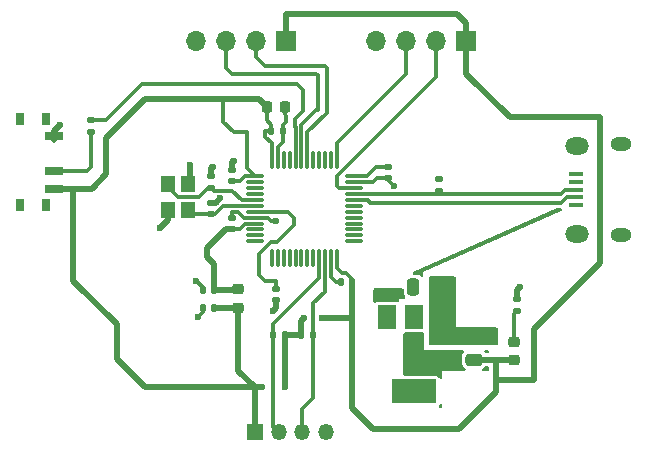
<source format=gbr>
%TF.GenerationSoftware,KiCad,Pcbnew,7.0.10*%
%TF.CreationDate,2024-01-07T18:15:16+00:00*%
%TF.ProjectId,green_storm,67726565-6e5f-4737-946f-726d2e6b6963,rev?*%
%TF.SameCoordinates,Original*%
%TF.FileFunction,Copper,L1,Top*%
%TF.FilePolarity,Positive*%
%FSLAX46Y46*%
G04 Gerber Fmt 4.6, Leading zero omitted, Abs format (unit mm)*
G04 Created by KiCad (PCBNEW 7.0.10) date 2024-01-07 18:15:16*
%MOMM*%
%LPD*%
G01*
G04 APERTURE LIST*
G04 Aperture macros list*
%AMRoundRect*
0 Rectangle with rounded corners*
0 $1 Rounding radius*
0 $2 $3 $4 $5 $6 $7 $8 $9 X,Y pos of 4 corners*
0 Add a 4 corners polygon primitive as box body*
4,1,4,$2,$3,$4,$5,$6,$7,$8,$9,$2,$3,0*
0 Add four circle primitives for the rounded corners*
1,1,$1+$1,$2,$3*
1,1,$1+$1,$4,$5*
1,1,$1+$1,$6,$7*
1,1,$1+$1,$8,$9*
0 Add four rect primitives between the rounded corners*
20,1,$1+$1,$2,$3,$4,$5,0*
20,1,$1+$1,$4,$5,$6,$7,0*
20,1,$1+$1,$6,$7,$8,$9,0*
20,1,$1+$1,$8,$9,$2,$3,0*%
G04 Aperture macros list end*
%TA.AperFunction,SMDPad,CuDef*%
%ADD10RoundRect,0.140000X-0.170000X0.140000X-0.170000X-0.140000X0.170000X-0.140000X0.170000X0.140000X0*%
%TD*%
%TA.AperFunction,SMDPad,CuDef*%
%ADD11RoundRect,0.140000X0.170000X-0.140000X0.170000X0.140000X-0.170000X0.140000X-0.170000X-0.140000X0*%
%TD*%
%TA.AperFunction,SMDPad,CuDef*%
%ADD12RoundRect,0.218750X-0.256250X0.218750X-0.256250X-0.218750X0.256250X-0.218750X0.256250X0.218750X0*%
%TD*%
%TA.AperFunction,SMDPad,CuDef*%
%ADD13RoundRect,0.250000X0.475000X-0.250000X0.475000X0.250000X-0.475000X0.250000X-0.475000X-0.250000X0*%
%TD*%
%TA.AperFunction,SMDPad,CuDef*%
%ADD14RoundRect,0.135000X-0.185000X0.135000X-0.185000X-0.135000X0.185000X-0.135000X0.185000X0.135000X0*%
%TD*%
%TA.AperFunction,SMDPad,CuDef*%
%ADD15RoundRect,0.140000X0.140000X0.170000X-0.140000X0.170000X-0.140000X-0.170000X0.140000X-0.170000X0*%
%TD*%
%TA.AperFunction,SMDPad,CuDef*%
%ADD16RoundRect,0.135000X0.185000X-0.135000X0.185000X0.135000X-0.185000X0.135000X-0.185000X-0.135000X0*%
%TD*%
%TA.AperFunction,SMDPad,CuDef*%
%ADD17RoundRect,0.225000X-0.225000X-0.250000X0.225000X-0.250000X0.225000X0.250000X-0.225000X0.250000X0*%
%TD*%
%TA.AperFunction,ComponentPad*%
%ADD18R,1.700000X1.700000*%
%TD*%
%TA.AperFunction,ComponentPad*%
%ADD19O,1.700000X1.700000*%
%TD*%
%TA.AperFunction,ComponentPad*%
%ADD20R,1.350000X1.350000*%
%TD*%
%TA.AperFunction,ComponentPad*%
%ADD21O,1.350000X1.350000*%
%TD*%
%TA.AperFunction,SMDPad,CuDef*%
%ADD22RoundRect,0.135000X-0.135000X-0.185000X0.135000X-0.185000X0.135000X0.185000X-0.135000X0.185000X0*%
%TD*%
%TA.AperFunction,SMDPad,CuDef*%
%ADD23RoundRect,0.250000X-0.250000X-0.475000X0.250000X-0.475000X0.250000X0.475000X-0.250000X0.475000X0*%
%TD*%
%TA.AperFunction,SMDPad,CuDef*%
%ADD24R,1.300000X0.450000*%
%TD*%
%TA.AperFunction,ComponentPad*%
%ADD25O,1.800000X1.150000*%
%TD*%
%TA.AperFunction,ComponentPad*%
%ADD26O,2.000000X1.450000*%
%TD*%
%TA.AperFunction,SMDPad,CuDef*%
%ADD27RoundRect,0.135000X0.135000X0.185000X-0.135000X0.185000X-0.135000X-0.185000X0.135000X-0.185000X0*%
%TD*%
%TA.AperFunction,SMDPad,CuDef*%
%ADD28RoundRect,0.075000X-0.662500X-0.075000X0.662500X-0.075000X0.662500X0.075000X-0.662500X0.075000X0*%
%TD*%
%TA.AperFunction,SMDPad,CuDef*%
%ADD29RoundRect,0.075000X-0.075000X-0.662500X0.075000X-0.662500X0.075000X0.662500X-0.075000X0.662500X0*%
%TD*%
%TA.AperFunction,SMDPad,CuDef*%
%ADD30RoundRect,0.140000X-0.140000X-0.170000X0.140000X-0.170000X0.140000X0.170000X-0.140000X0.170000X0*%
%TD*%
%TA.AperFunction,SMDPad,CuDef*%
%ADD31R,1.500000X2.000000*%
%TD*%
%TA.AperFunction,SMDPad,CuDef*%
%ADD32R,3.800000X2.000000*%
%TD*%
%TA.AperFunction,SMDPad,CuDef*%
%ADD33R,0.800000X1.000000*%
%TD*%
%TA.AperFunction,SMDPad,CuDef*%
%ADD34R,1.500000X0.700000*%
%TD*%
%TA.AperFunction,SMDPad,CuDef*%
%ADD35R,1.200000X1.400000*%
%TD*%
%TA.AperFunction,ViaPad*%
%ADD36C,0.600000*%
%TD*%
%TA.AperFunction,Conductor*%
%ADD37C,0.500000*%
%TD*%
%TA.AperFunction,Conductor*%
%ADD38C,0.300000*%
%TD*%
G04 APERTURE END LIST*
D10*
%TO.P,C11,1*%
%TO.N,Net-(U2-NRST)*%
X64643000Y-98199000D03*
%TO.P,C11,2*%
%TO.N,GND*%
X64643000Y-99159000D03*
%TD*%
D11*
%TO.P,C12,1*%
%TO.N,Net-(U2-PD0)*%
X59182000Y-89662000D03*
%TO.P,C12,2*%
%TO.N,GND*%
X59182000Y-88702000D03*
%TD*%
D12*
%TO.P,D1,1,K*%
%TO.N,Net-(D1-K)*%
X84836000Y-102692000D03*
%TO.P,D1,2,A*%
%TO.N,+3.3V*%
X84836000Y-104267000D03*
%TD*%
D13*
%TO.P,C2,1*%
%TO.N,+3.3V*%
X81407000Y-104201000D03*
%TO.P,C2,2*%
%TO.N,GND*%
X81407000Y-102301000D03*
%TD*%
D14*
%TO.P,R3,1*%
%TO.N,+3.3V*%
X78486000Y-88898000D03*
%TO.P,R3,2*%
%TO.N,Net-(J1-D+)*%
X78486000Y-89918000D03*
%TD*%
D15*
%TO.P,C5,1*%
%TO.N,+3.3V*%
X71092000Y-97663000D03*
%TO.P,C5,2*%
%TO.N,GND*%
X70132000Y-97663000D03*
%TD*%
D16*
%TO.P,R2,1*%
%TO.N,Net-(SW1-B)*%
X49022000Y-84965000D03*
%TO.P,R2,2*%
%TO.N,Net-(U2-BOOT0)*%
X49022000Y-83945000D03*
%TD*%
D17*
%TO.P,C3,1*%
%TO.N,+3.3V*%
X63868000Y-82804000D03*
%TO.P,C3,2*%
%TO.N,GND*%
X65418000Y-82804000D03*
%TD*%
D18*
%TO.P,J3,1,Pin_1*%
%TO.N,+3.3V*%
X65522000Y-77216000D03*
D19*
%TO.P,J3,2,Pin_2*%
%TO.N,Net-(J3-Pin_2)*%
X62982000Y-77216000D03*
%TO.P,J3,3,Pin_3*%
%TO.N,Net-(J3-Pin_3)*%
X60442000Y-77216000D03*
%TO.P,J3,4,Pin_4*%
%TO.N,GND*%
X57902000Y-77216000D03*
%TD*%
D20*
%TO.P,J4,1,Pin_1*%
%TO.N,+3.3V*%
X62865000Y-110363000D03*
D21*
%TO.P,J4,2,Pin_2*%
%TO.N,Net-(J4-Pin_2)*%
X64865000Y-110363000D03*
%TO.P,J4,3,Pin_3*%
%TO.N,Net-(J4-Pin_3)*%
X66865000Y-110363000D03*
%TO.P,J4,4,Pin_4*%
%TO.N,GND*%
X68865000Y-110363000D03*
%TD*%
D22*
%TO.P,R5,1*%
%TO.N,+3.3V*%
X66800000Y-102108000D03*
%TO.P,R5,2*%
%TO.N,Net-(J4-Pin_3)*%
X67820000Y-102108000D03*
%TD*%
D15*
%TO.P,C10,1*%
%TO.N,+3.3V*%
X59436000Y-99822000D03*
%TO.P,C10,2*%
%TO.N,GND*%
X58476000Y-99822000D03*
%TD*%
%TO.P,C9,1*%
%TO.N,+3.3VA*%
X59436000Y-98298000D03*
%TO.P,C9,2*%
%TO.N,GND*%
X58476000Y-98298000D03*
%TD*%
D23*
%TO.P,C1,1*%
%TO.N,VBUS*%
X76266000Y-98044000D03*
%TO.P,C1,2*%
%TO.N,GND*%
X78166000Y-98044000D03*
%TD*%
D10*
%TO.P,C6,1*%
%TO.N,+3.3V*%
X74168000Y-87912000D03*
%TO.P,C6,2*%
%TO.N,GND*%
X74168000Y-88872000D03*
%TD*%
D24*
%TO.P,J1,1,VBUS*%
%TO.N,VBUS*%
X90043000Y-91119000D03*
%TO.P,J1,2,D-*%
%TO.N,Net-(J1-D-)*%
X90043000Y-90469000D03*
%TO.P,J1,3,D+*%
%TO.N,Net-(J1-D+)*%
X90043000Y-89819000D03*
%TO.P,J1,4,ID*%
%TO.N,unconnected-(J1-ID-Pad4)*%
X90043000Y-89169000D03*
%TO.P,J1,5,GND*%
%TO.N,GND*%
X90043000Y-88519000D03*
D25*
%TO.P,J1,6,Shield*%
%TO.N,unconnected-(J1-Shield-Pad6)*%
X93893000Y-93694000D03*
D26*
X90093000Y-93544000D03*
X90093000Y-86094000D03*
D25*
X93893000Y-85944000D03*
%TD*%
D18*
%TO.P,J2,1,Pin_1*%
%TO.N,+3.3V*%
X80772000Y-77216000D03*
D19*
%TO.P,J2,2,Pin_2*%
%TO.N,Net-(J2-Pin_2)*%
X78232000Y-77216000D03*
%TO.P,J2,3,Pin_3*%
%TO.N,Net-(J2-Pin_3)*%
X75692000Y-77216000D03*
%TO.P,J2,4,Pin_4*%
%TO.N,GND*%
X73152000Y-77216000D03*
%TD*%
D27*
%TO.P,R4,1*%
%TO.N,+3.3V*%
X65407000Y-102108000D03*
%TO.P,R4,2*%
%TO.N,Net-(J4-Pin_2)*%
X64387000Y-102108000D03*
%TD*%
D28*
%TO.P,U2,1,VBAT*%
%TO.N,+3.3V*%
X62893500Y-88690000D03*
%TO.P,U2,2,PC13*%
%TO.N,unconnected-(U2-PC13-Pad2)*%
X62893500Y-89190000D03*
%TO.P,U2,3,PC14*%
%TO.N,unconnected-(U2-PC14-Pad3)*%
X62893500Y-89690000D03*
%TO.P,U2,4,PC15*%
%TO.N,unconnected-(U2-PC15-Pad4)*%
X62893500Y-90190000D03*
%TO.P,U2,5,PD0*%
%TO.N,Net-(U2-PD0)*%
X62893500Y-90690000D03*
%TO.P,U2,6,PD1*%
%TO.N,Net-(U2-PD1)*%
X62893500Y-91190000D03*
%TO.P,U2,7,NRST*%
%TO.N,Net-(U2-NRST)*%
X62893500Y-91690000D03*
%TO.P,U2,8,VSSA*%
%TO.N,GND*%
X62893500Y-92190000D03*
%TO.P,U2,9,VDDA*%
%TO.N,+3.3VA*%
X62893500Y-92690000D03*
%TO.P,U2,10,PA0*%
%TO.N,unconnected-(U2-PA0-Pad10)*%
X62893500Y-93190000D03*
%TO.P,U2,11,PA1*%
%TO.N,unconnected-(U2-PA1-Pad11)*%
X62893500Y-93690000D03*
%TO.P,U2,12,PA2*%
%TO.N,unconnected-(U2-PA2-Pad12)*%
X62893500Y-94190000D03*
D29*
%TO.P,U2,13,PA3*%
%TO.N,unconnected-(U2-PA3-Pad13)*%
X64306000Y-95602500D03*
%TO.P,U2,14,PA4*%
%TO.N,unconnected-(U2-PA4-Pad14)*%
X64806000Y-95602500D03*
%TO.P,U2,15,PA5*%
%TO.N,unconnected-(U2-PA5-Pad15)*%
X65306000Y-95602500D03*
%TO.P,U2,16,PA6*%
%TO.N,unconnected-(U2-PA6-Pad16)*%
X65806000Y-95602500D03*
%TO.P,U2,17,PA7*%
%TO.N,unconnected-(U2-PA7-Pad17)*%
X66306000Y-95602500D03*
%TO.P,U2,18,PB0*%
%TO.N,unconnected-(U2-PB0-Pad18)*%
X66806000Y-95602500D03*
%TO.P,U2,19,PB1*%
%TO.N,unconnected-(U2-PB1-Pad19)*%
X67306000Y-95602500D03*
%TO.P,U2,20,PB2*%
%TO.N,unconnected-(U2-PB2-Pad20)*%
X67806000Y-95602500D03*
%TO.P,U2,21,PB10*%
%TO.N,Net-(J4-Pin_2)*%
X68306000Y-95602500D03*
%TO.P,U2,22,PB11*%
%TO.N,Net-(J4-Pin_3)*%
X68806000Y-95602500D03*
%TO.P,U2,23,VSS*%
%TO.N,GND*%
X69306000Y-95602500D03*
%TO.P,U2,24,VDD*%
%TO.N,+3.3V*%
X69806000Y-95602500D03*
D28*
%TO.P,U2,25,PB12*%
%TO.N,unconnected-(U2-PB12-Pad25)*%
X71218500Y-94190000D03*
%TO.P,U2,26,PB13*%
%TO.N,unconnected-(U2-PB13-Pad26)*%
X71218500Y-93690000D03*
%TO.P,U2,27,PB14*%
%TO.N,unconnected-(U2-PB14-Pad27)*%
X71218500Y-93190000D03*
%TO.P,U2,28,PB15*%
%TO.N,unconnected-(U2-PB15-Pad28)*%
X71218500Y-92690000D03*
%TO.P,U2,29,PA8*%
%TO.N,unconnected-(U2-PA8-Pad29)*%
X71218500Y-92190000D03*
%TO.P,U2,30,PA9*%
%TO.N,unconnected-(U2-PA9-Pad30)*%
X71218500Y-91690000D03*
%TO.P,U2,31,PA10*%
%TO.N,unconnected-(U2-PA10-Pad31)*%
X71218500Y-91190000D03*
%TO.P,U2,32,PA11*%
%TO.N,Net-(J1-D-)*%
X71218500Y-90690000D03*
%TO.P,U2,33,PA12*%
%TO.N,Net-(J1-D+)*%
X71218500Y-90190000D03*
%TO.P,U2,34,PA13*%
%TO.N,Net-(J2-Pin_2)*%
X71218500Y-89690000D03*
%TO.P,U2,35,VSS*%
%TO.N,GND*%
X71218500Y-89190000D03*
%TO.P,U2,36,VDD*%
%TO.N,+3.3V*%
X71218500Y-88690000D03*
D29*
%TO.P,U2,37,PA14*%
%TO.N,Net-(J2-Pin_3)*%
X69806000Y-87277500D03*
%TO.P,U2,38,PA15*%
%TO.N,unconnected-(U2-PA15-Pad38)*%
X69306000Y-87277500D03*
%TO.P,U2,39,PB3*%
%TO.N,unconnected-(U2-PB3-Pad39)*%
X68806000Y-87277500D03*
%TO.P,U2,40,PB4*%
%TO.N,unconnected-(U2-PB4-Pad40)*%
X68306000Y-87277500D03*
%TO.P,U2,41,PB5*%
%TO.N,unconnected-(U2-PB5-Pad41)*%
X67806000Y-87277500D03*
%TO.P,U2,42,PB6*%
%TO.N,Net-(J3-Pin_2)*%
X67306000Y-87277500D03*
%TO.P,U2,43,PB7*%
%TO.N,Net-(J3-Pin_3)*%
X66806000Y-87277500D03*
%TO.P,U2,44,BOOT0*%
%TO.N,Net-(U2-BOOT0)*%
X66306000Y-87277500D03*
%TO.P,U2,45,PB8*%
%TO.N,unconnected-(U2-PB8-Pad45)*%
X65806000Y-87277500D03*
%TO.P,U2,46,PB9*%
%TO.N,unconnected-(U2-PB9-Pad46)*%
X65306000Y-87277500D03*
%TO.P,U2,47,VSS*%
%TO.N,GND*%
X64806000Y-87277500D03*
%TO.P,U2,48,VDD*%
%TO.N,+3.3V*%
X64306000Y-87277500D03*
%TD*%
D11*
%TO.P,C13,1*%
%TO.N,Net-(U2-PD1)*%
X59182000Y-91892000D03*
%TO.P,C13,2*%
%TO.N,GND*%
X59182000Y-90932000D03*
%TD*%
D30*
%TO.P,C7,1*%
%TO.N,+3.3V*%
X64262000Y-84836000D03*
%TO.P,C7,2*%
%TO.N,GND*%
X65222000Y-84836000D03*
%TD*%
D31*
%TO.P,U1,1,GND*%
%TO.N,GND*%
X78627000Y-100609000D03*
%TO.P,U1,2,VO*%
%TO.N,+3.3V*%
X76327000Y-100609000D03*
D32*
X76327000Y-106909000D03*
D31*
%TO.P,U1,3,VI*%
%TO.N,VBUS*%
X74027000Y-100609000D03*
%TD*%
D12*
%TO.P,FB1,1*%
%TO.N,+3.3VA*%
X61468000Y-98272500D03*
%TO.P,FB1,2*%
%TO.N,+3.3V*%
X61468000Y-99847500D03*
%TD*%
D11*
%TO.P,C8,1*%
%TO.N,+3.3VA*%
X60960000Y-93162000D03*
%TO.P,C8,2*%
%TO.N,GND*%
X60960000Y-92202000D03*
%TD*%
D33*
%TO.P,SW1,*%
%TO.N,*%
X45197000Y-83853000D03*
X42987000Y-83853000D03*
X45197000Y-91153000D03*
X42987000Y-91153000D03*
D34*
%TO.P,SW1,1,A*%
%TO.N,GND*%
X45847000Y-85253000D03*
%TO.P,SW1,2,B*%
%TO.N,Net-(SW1-B)*%
X45847000Y-88253000D03*
%TO.P,SW1,3,C*%
%TO.N,+3.3V*%
X45847000Y-89753000D03*
%TD*%
D35*
%TO.P,Y1,1,1*%
%TO.N,Net-(U2-PD0)*%
X55538000Y-89324000D03*
%TO.P,Y1,2,2*%
%TO.N,GND*%
X55538000Y-91524000D03*
%TO.P,Y1,3,3*%
%TO.N,Net-(U2-PD1)*%
X57238000Y-91524000D03*
%TO.P,Y1,4,4*%
%TO.N,GND*%
X57238000Y-89324000D03*
%TD*%
D16*
%TO.P,R1,1*%
%TO.N,Net-(D1-K)*%
X85090000Y-100078000D03*
%TO.P,R1,2*%
%TO.N,GND*%
X85090000Y-99058000D03*
%TD*%
D11*
%TO.P,C4,1*%
%TO.N,+3.3V*%
X60960000Y-89126000D03*
%TO.P,C4,2*%
%TO.N,GND*%
X60960000Y-88166000D03*
%TD*%
D36*
%TO.N,GND*%
X59944000Y-90566000D03*
X59309000Y-87884000D03*
X46355000Y-84328000D03*
X79502000Y-97790000D03*
X64389000Y-100076000D03*
X61087000Y-87376000D03*
X78105000Y-102235000D03*
X74676000Y-89535000D03*
X57404000Y-87757000D03*
X85344000Y-98044000D03*
X54864000Y-93091000D03*
X54864000Y-93091000D03*
X58039000Y-100584000D03*
X64643000Y-92456000D03*
X57912000Y-97536000D03*
X82931000Y-102235000D03*
X78994000Y-102235000D03*
%TO.N,+3.3V*%
X65407000Y-106551000D03*
X63500000Y-106553000D03*
X68580000Y-100711000D03*
X67056000Y-100711000D03*
%TD*%
D37*
%TO.N,GND*%
X55538000Y-91524000D02*
X55538000Y-92417000D01*
D38*
X65222000Y-83000000D02*
X65418000Y-82804000D01*
D37*
X59578000Y-90932000D02*
X59944000Y-90566000D01*
X60960000Y-87503000D02*
X61087000Y-87376000D01*
D38*
X64806000Y-86212000D02*
X65222000Y-85796000D01*
X69306000Y-97246000D02*
X69306000Y-95602500D01*
X73180000Y-88872000D02*
X74168000Y-88872000D01*
X61468000Y-91694000D02*
X60960000Y-91694000D01*
X58476000Y-98298000D02*
X58476000Y-98100000D01*
X65418000Y-83452000D02*
X65418000Y-82804000D01*
X74168000Y-88872000D02*
X74168000Y-89027000D01*
X72862000Y-89190000D02*
X73180000Y-88872000D01*
X60960000Y-91694000D02*
X60960000Y-92202000D01*
D37*
X60960000Y-88166000D02*
X60960000Y-87503000D01*
X64643000Y-99159000D02*
X64643000Y-99822000D01*
X85090000Y-98931000D02*
X85090000Y-98298000D01*
D38*
X58476000Y-99822000D02*
X58476000Y-100147000D01*
D37*
X57404000Y-89158000D02*
X57238000Y-89324000D01*
X59182000Y-88702000D02*
X59182000Y-88011000D01*
D38*
X65222000Y-84836000D02*
X65222000Y-84384000D01*
D37*
X55538000Y-92417000D02*
X54864000Y-93091000D01*
X45847000Y-85253000D02*
X46010000Y-85253000D01*
D38*
X61964000Y-92190000D02*
X61468000Y-91694000D01*
X65222000Y-84384000D02*
X65532000Y-84074000D01*
X65532000Y-84074000D02*
X65532000Y-83566000D01*
X64262000Y-92456000D02*
X64643000Y-92456000D01*
D37*
X59182000Y-88011000D02*
X59309000Y-87884000D01*
X85090000Y-98298000D02*
X85344000Y-98044000D01*
X57404000Y-87757000D02*
X57404000Y-89158000D01*
D38*
X58476000Y-98100000D02*
X57912000Y-97536000D01*
X74168000Y-89027000D02*
X74676000Y-89535000D01*
D37*
X45847000Y-84836000D02*
X46355000Y-84328000D01*
D38*
X69723000Y-97663000D02*
X69306000Y-97246000D01*
D37*
X45847000Y-85598000D02*
X45847000Y-85253000D01*
D38*
X64806000Y-87277500D02*
X64806000Y-86212000D01*
X65532000Y-83566000D02*
X65418000Y-83452000D01*
X70132000Y-97663000D02*
X69723000Y-97663000D01*
D37*
X59182000Y-90932000D02*
X59578000Y-90932000D01*
D38*
X62893500Y-92190000D02*
X63996000Y-92190000D01*
X71218500Y-89190000D02*
X72862000Y-89190000D01*
D37*
X45847000Y-85253000D02*
X45847000Y-84836000D01*
D38*
X58476000Y-100147000D02*
X58039000Y-100584000D01*
X65222000Y-85796000D02*
X65222000Y-84836000D01*
X63996000Y-92190000D02*
X64262000Y-92456000D01*
D37*
X64643000Y-99822000D02*
X64389000Y-100076000D01*
D38*
X62893500Y-92190000D02*
X61964000Y-92190000D01*
D37*
%TO.N,+3.3V*%
X84455000Y-83693000D02*
X80772000Y-80010000D01*
D38*
X73180000Y-87912000D02*
X74168000Y-87912000D01*
X69806000Y-95602500D02*
X69806000Y-96476000D01*
X62230000Y-84963000D02*
X61087000Y-84963000D01*
D37*
X84770000Y-104201000D02*
X84836000Y-104267000D01*
X80772000Y-77216000D02*
X80772000Y-75692000D01*
X49058000Y-89753000D02*
X47462000Y-89753000D01*
X86487000Y-105918000D02*
X86487000Y-101600000D01*
D38*
X62052880Y-88690000D02*
X61616880Y-89126000D01*
D37*
X71092000Y-97663000D02*
X71092000Y-100711000D01*
X65522000Y-74940000D02*
X65522000Y-77216000D01*
D38*
X64262000Y-84328000D02*
X63868000Y-83934000D01*
X61616880Y-89126000D02*
X60960000Y-89126000D01*
D37*
X72898000Y-110109000D02*
X80137000Y-110109000D01*
D38*
X62893500Y-88690000D02*
X62230000Y-88026500D01*
D37*
X61468000Y-105156000D02*
X62865000Y-106553000D01*
X47498000Y-89789000D02*
X47462000Y-89753000D01*
D38*
X63754000Y-85344000D02*
X63754000Y-84836000D01*
D37*
X62865000Y-106553000D02*
X63500000Y-106553000D01*
X66800000Y-100967000D02*
X66800000Y-102108000D01*
X83312000Y-104201000D02*
X84770000Y-104201000D01*
X51181000Y-104140000D02*
X51181000Y-101219000D01*
D38*
X73152000Y-87884000D02*
X73180000Y-87912000D01*
X64306000Y-87277500D02*
X64306000Y-85896000D01*
D37*
X50292000Y-88519000D02*
X49058000Y-89753000D01*
X65407000Y-102108000D02*
X65407000Y-106551000D01*
D38*
X61087000Y-84963000D02*
X60198000Y-84074000D01*
D37*
X63233000Y-82169000D02*
X60198000Y-82169000D01*
D38*
X63868000Y-83934000D02*
X63868000Y-82804000D01*
D37*
X62865000Y-106553000D02*
X53594000Y-106553000D01*
D38*
X71092000Y-97663000D02*
X71092000Y-97381000D01*
X70231000Y-96901000D02*
X69806000Y-96476000D01*
X71218500Y-88690000D02*
X72346000Y-88690000D01*
D37*
X83312000Y-105918000D02*
X86487000Y-105918000D01*
D38*
X64262000Y-84836000D02*
X64262000Y-84328000D01*
D37*
X51181000Y-101219000D02*
X47498000Y-97536000D01*
X53594000Y-82169000D02*
X50292000Y-85471000D01*
X80137000Y-110109000D02*
X83312000Y-106934000D01*
D38*
X62893500Y-88690000D02*
X62052880Y-88690000D01*
D37*
X61468000Y-99847500D02*
X61468000Y-105156000D01*
X59436000Y-99822000D02*
X61442500Y-99822000D01*
X50292000Y-85471000D02*
X50292000Y-88519000D01*
D38*
X64306000Y-85896000D02*
X63754000Y-85344000D01*
D37*
X65405000Y-106553000D02*
X65407000Y-106551000D01*
X63868000Y-82804000D02*
X63233000Y-82169000D01*
X92075000Y-83693000D02*
X84455000Y-83693000D01*
X66800000Y-102108000D02*
X65407000Y-102108000D01*
X61442500Y-99822000D02*
X61468000Y-99847500D01*
X71092000Y-100711000D02*
X68580000Y-100711000D01*
X62865000Y-110363000D02*
X62865000Y-106553000D01*
X65532000Y-74930000D02*
X65522000Y-74940000D01*
D38*
X63754000Y-84836000D02*
X64262000Y-84836000D01*
D37*
X67056000Y-100711000D02*
X66800000Y-100967000D01*
X80772000Y-80010000D02*
X80772000Y-77216000D01*
X80010000Y-74930000D02*
X65532000Y-74930000D01*
X80772000Y-75692000D02*
X80010000Y-74930000D01*
X81407000Y-104201000D02*
X83312000Y-104201000D01*
X47498000Y-97536000D02*
X47498000Y-89789000D01*
D38*
X62230000Y-88026500D02*
X62230000Y-84963000D01*
X70612000Y-96901000D02*
X70231000Y-96901000D01*
D37*
X92075000Y-96012000D02*
X92075000Y-83693000D01*
X83312000Y-106934000D02*
X83312000Y-105918000D01*
X47462000Y-89753000D02*
X45847000Y-89753000D01*
D38*
X71092000Y-97381000D02*
X70612000Y-96901000D01*
D37*
X71092000Y-108303000D02*
X72898000Y-110109000D01*
X83312000Y-105918000D02*
X83312000Y-104201000D01*
X86487000Y-101600000D02*
X92075000Y-96012000D01*
X60198000Y-82169000D02*
X53594000Y-82169000D01*
D38*
X72346000Y-88690000D02*
X73152000Y-87884000D01*
D37*
X71092000Y-100711000D02*
X71092000Y-108303000D01*
X53594000Y-106553000D02*
X51181000Y-104140000D01*
D38*
X60198000Y-84074000D02*
X60198000Y-82169000D01*
D37*
%TO.N,+3.3VA*%
X59436000Y-96139000D02*
X58801000Y-95504000D01*
X58801000Y-94742000D02*
X60381000Y-93162000D01*
X60381000Y-93162000D02*
X60960000Y-93162000D01*
D38*
X60960000Y-93162000D02*
X61580880Y-93162000D01*
D37*
X59436000Y-98298000D02*
X59436000Y-96139000D01*
X58801000Y-95504000D02*
X58801000Y-94742000D01*
D38*
X61580880Y-93162000D02*
X62052880Y-92690000D01*
X62052880Y-92690000D02*
X62893500Y-92690000D01*
D37*
X61442500Y-98298000D02*
X61468000Y-98272500D01*
X59436000Y-98298000D02*
X61442500Y-98298000D01*
D38*
%TO.N,Net-(U2-NRST)*%
X65655000Y-91690000D02*
X66167000Y-92202000D01*
X63246000Y-97028000D02*
X63754000Y-97536000D01*
X62893500Y-91690000D02*
X65655000Y-91690000D01*
X66167000Y-92837000D02*
X64770000Y-94234000D01*
X63246000Y-95250000D02*
X63246000Y-97028000D01*
X64643000Y-97536000D02*
X64643000Y-98199000D01*
X64262000Y-94234000D02*
X63246000Y-95250000D01*
X66167000Y-92202000D02*
X66167000Y-92837000D01*
X64770000Y-94234000D02*
X64262000Y-94234000D01*
X63754000Y-97536000D02*
X64643000Y-97536000D01*
%TO.N,Net-(U2-PD0)*%
X60960000Y-89916000D02*
X59436000Y-89916000D01*
X59436000Y-89916000D02*
X59182000Y-89662000D01*
X62893500Y-90690000D02*
X61734000Y-90690000D01*
X55538000Y-89624000D02*
X55538000Y-89324000D01*
X56338000Y-90424000D02*
X55538000Y-89624000D01*
X59182000Y-89662000D02*
X58928000Y-89662000D01*
X58928000Y-89662000D02*
X58166000Y-90424000D01*
X61734000Y-90690000D02*
X60960000Y-89916000D01*
X58166000Y-90424000D02*
X56338000Y-90424000D01*
%TO.N,Net-(U2-PD1)*%
X57606000Y-91892000D02*
X57238000Y-91524000D01*
X60202000Y-91190000D02*
X60198000Y-91186000D01*
X60198000Y-91186000D02*
X59491999Y-91892000D01*
X59491999Y-91892000D02*
X59182000Y-91892000D01*
X62893500Y-91190000D02*
X60202000Y-91190000D01*
X59182000Y-91892000D02*
X57606000Y-91892000D01*
%TO.N,Net-(D1-K)*%
X84836000Y-100332000D02*
X85090000Y-100078000D01*
X84836000Y-102692000D02*
X84836000Y-100332000D01*
%TO.N,Net-(J1-D-)*%
X72402000Y-90690000D02*
X72644000Y-90932000D01*
X88789000Y-90932000D02*
X89252000Y-90469000D01*
X89252000Y-90469000D02*
X90043000Y-90469000D01*
X72644000Y-90932000D02*
X88789000Y-90932000D01*
X71218500Y-90690000D02*
X72402000Y-90690000D01*
%TO.N,Net-(J1-D+)*%
X71218500Y-90190000D02*
X88747000Y-90190000D01*
X89118000Y-89819000D02*
X90043000Y-89819000D01*
X88747000Y-90190000D02*
X89118000Y-89819000D01*
%TO.N,Net-(J2-Pin_2)*%
X69850000Y-89535000D02*
X69850000Y-88646000D01*
X71218500Y-89690000D02*
X70005000Y-89690000D01*
X78232000Y-77216000D02*
X78232000Y-80264000D01*
X70005000Y-89690000D02*
X69850000Y-89535000D01*
X69850000Y-88646000D02*
X78232000Y-80264000D01*
%TO.N,Net-(J2-Pin_3)*%
X69806000Y-85896000D02*
X75692000Y-80010000D01*
X69806000Y-87277500D02*
X69806000Y-85896000D01*
X75692000Y-77216000D02*
X75692000Y-80010000D01*
%TO.N,Net-(J3-Pin_2)*%
X67306000Y-84967000D02*
X67306000Y-87277500D01*
X62982000Y-78603000D02*
X63754000Y-79375000D01*
X68961000Y-83312000D02*
X67306000Y-84967000D01*
X62982000Y-77216000D02*
X62982000Y-78603000D01*
X68834000Y-79375000D02*
X68961000Y-79502000D01*
X63754000Y-79375000D02*
X68834000Y-79375000D01*
X68961000Y-79502000D02*
X68961000Y-83312000D01*
%TO.N,Net-(J3-Pin_3)*%
X68072000Y-80010000D02*
X68199000Y-80137000D01*
X68199000Y-80137000D02*
X68199000Y-83058000D01*
X60960000Y-80010000D02*
X68072000Y-80010000D01*
X60442000Y-77216000D02*
X60442000Y-79492000D01*
X68199000Y-83058000D02*
X68072000Y-83058000D01*
X66806000Y-84332000D02*
X66806000Y-87277500D01*
X66802000Y-84328000D02*
X66806000Y-84332000D01*
X68072000Y-83058000D02*
X66802000Y-84328000D01*
X60442000Y-79492000D02*
X60960000Y-80010000D01*
%TO.N,Net-(J4-Pin_2)*%
X68306000Y-97302000D02*
X64387000Y-101221000D01*
X64387000Y-101221000D02*
X64387000Y-102108000D01*
X64387000Y-109885000D02*
X64865000Y-110363000D01*
X68306000Y-95602500D02*
X68306000Y-97302000D01*
X64387000Y-102108000D02*
X64387000Y-109885000D01*
%TO.N,Net-(J4-Pin_3)*%
X67820000Y-102108000D02*
X67820000Y-107440000D01*
X66865000Y-108395000D02*
X66865000Y-110363000D01*
X67820000Y-107440000D02*
X66865000Y-108395000D01*
X67820000Y-99439000D02*
X67820000Y-102108000D01*
X68806000Y-95602500D02*
X68806000Y-98453000D01*
X68806000Y-98453000D02*
X67820000Y-99439000D01*
%TO.N,Net-(SW1-B)*%
X48653000Y-88253000D02*
X45847000Y-88253000D01*
X49022000Y-87884000D02*
X48653000Y-88253000D01*
X49022000Y-84965000D02*
X49022000Y-87884000D01*
%TO.N,Net-(U2-BOOT0)*%
X66929000Y-81407000D02*
X66421000Y-80899000D01*
X66294000Y-83820000D02*
X66929000Y-83185000D01*
X66294000Y-84527106D02*
X66294000Y-83820000D01*
X50294000Y-83945000D02*
X49022000Y-83945000D01*
X66306000Y-87277500D02*
X66306000Y-84539106D01*
X66929000Y-83185000D02*
X66929000Y-81407000D01*
X53340000Y-80899000D02*
X50294000Y-83945000D01*
X66421000Y-80899000D02*
X53340000Y-80899000D01*
X66306000Y-84539106D02*
X66294000Y-84527106D01*
%TD*%
%TA.AperFunction,Conductor*%
%TO.N,GND*%
G36*
X75408539Y-98190685D02*
G01*
X75454294Y-98243489D01*
X75465500Y-98295000D01*
X75465500Y-98562102D01*
X75471126Y-98608954D01*
X75476122Y-98650561D01*
X75531639Y-98791343D01*
X75584519Y-98861075D01*
X75609342Y-98926386D01*
X75594914Y-98994750D01*
X75545816Y-99044461D01*
X75485715Y-99060000D01*
X75057000Y-99060000D01*
X75057000Y-99213841D01*
X75037315Y-99280880D01*
X74984511Y-99326635D01*
X74915353Y-99336579D01*
X74882916Y-99327276D01*
X74846996Y-99311416D01*
X74846991Y-99311415D01*
X74821865Y-99308500D01*
X73232143Y-99308500D01*
X73232117Y-99308502D01*
X73207012Y-99311413D01*
X73207008Y-99311415D01*
X73104235Y-99356793D01*
X73094755Y-99363288D01*
X73092865Y-99360529D01*
X73048358Y-99384833D01*
X72978666Y-99379849D01*
X72922733Y-99337977D01*
X72898316Y-99272513D01*
X72898000Y-99263667D01*
X72898000Y-98295000D01*
X72917685Y-98227961D01*
X72970489Y-98182206D01*
X73022000Y-98171000D01*
X75341500Y-98171000D01*
X75408539Y-98190685D01*
G37*
%TD.AperFunction*%
%TA.AperFunction,Conductor*%
G36*
X88796882Y-91402185D02*
G01*
X88842637Y-91454989D01*
X88852581Y-91524147D01*
X88823556Y-91587703D01*
X88779864Y-91619963D01*
X77089000Y-96774000D01*
X77089000Y-97062981D01*
X77069315Y-97130020D01*
X77016511Y-97175775D01*
X76947353Y-97185719D01*
X76890075Y-97161785D01*
X76788343Y-97084639D01*
X76647561Y-97029122D01*
X76601926Y-97023642D01*
X76559102Y-97018500D01*
X76331429Y-97018500D01*
X76264390Y-96998815D01*
X76218635Y-96946011D01*
X76208691Y-96876853D01*
X76237716Y-96813297D01*
X76281167Y-96781143D01*
X88432827Y-91393143D01*
X88483089Y-91382500D01*
X88729843Y-91382500D01*
X88796882Y-91402185D01*
G37*
%TD.AperFunction*%
%TD*%
%TA.AperFunction,Conductor*%
%TO.N,GND*%
G36*
X78681720Y-107973794D02*
G01*
X78728136Y-108026018D01*
X78740000Y-108078946D01*
X78740000Y-108207000D01*
X78720315Y-108274039D01*
X78667511Y-108319794D01*
X78616000Y-108331000D01*
X78529333Y-108331000D01*
X78462294Y-108311315D01*
X78416539Y-108258511D01*
X78406595Y-108189353D01*
X78435620Y-108125797D01*
X78441652Y-108119319D01*
X78479206Y-108081765D01*
X78502566Y-108028860D01*
X78547652Y-107975483D01*
X78614438Y-107954956D01*
X78681720Y-107973794D01*
G37*
%TD.AperFunction*%
%TA.AperFunction,Conductor*%
G36*
X77159039Y-101929184D02*
G01*
X77204794Y-101981988D01*
X77216000Y-102033499D01*
X77216000Y-103378000D01*
X80425981Y-103378000D01*
X80493020Y-103397685D01*
X80538775Y-103450489D01*
X80548719Y-103519647D01*
X80524785Y-103576925D01*
X80447639Y-103678656D01*
X80392122Y-103819438D01*
X80386188Y-103868853D01*
X80381500Y-103907898D01*
X80381500Y-104494102D01*
X80387126Y-104540954D01*
X80392122Y-104582561D01*
X80447639Y-104723343D01*
X80539077Y-104843922D01*
X80656803Y-104933196D01*
X80698327Y-104989388D01*
X80702878Y-105059110D01*
X80669013Y-105120224D01*
X80607483Y-105153327D01*
X80581878Y-105156000D01*
X78740000Y-105156000D01*
X78740000Y-105739054D01*
X78720315Y-105806093D01*
X78667511Y-105851848D01*
X78598353Y-105861792D01*
X78534797Y-105832767D01*
X78502566Y-105789140D01*
X78479206Y-105736235D01*
X78399765Y-105656794D01*
X78296992Y-105611415D01*
X78271868Y-105608500D01*
X75562000Y-105608500D01*
X75494961Y-105588815D01*
X75449206Y-105536011D01*
X75438000Y-105484500D01*
X75438000Y-102033499D01*
X75457685Y-101966460D01*
X75510489Y-101920705D01*
X75561995Y-101909499D01*
X77092000Y-101909499D01*
X77159039Y-101929184D01*
G37*
%TD.AperFunction*%
%TA.AperFunction,Conductor*%
G36*
X82620039Y-104771185D02*
G01*
X82665794Y-104823989D01*
X82677000Y-104875500D01*
X82677000Y-105032000D01*
X82657315Y-105099039D01*
X82604511Y-105144794D01*
X82553000Y-105156000D01*
X82232122Y-105156000D01*
X82165083Y-105136315D01*
X82119328Y-105083511D01*
X82109384Y-105014353D01*
X82138409Y-104950797D01*
X82157197Y-104933196D01*
X82274922Y-104843922D01*
X82307793Y-104800575D01*
X82363985Y-104759052D01*
X82406597Y-104751500D01*
X82553000Y-104751500D01*
X82620039Y-104771185D01*
G37*
%TD.AperFunction*%
%TA.AperFunction,Conductor*%
G36*
X82620039Y-103397685D02*
G01*
X82665794Y-103450489D01*
X82677000Y-103502000D01*
X82677000Y-103526500D01*
X82657315Y-103593539D01*
X82604511Y-103639294D01*
X82553000Y-103650500D01*
X82406597Y-103650500D01*
X82339558Y-103630815D01*
X82307793Y-103601424D01*
X82295766Y-103585565D01*
X82289213Y-103576923D01*
X82264392Y-103511611D01*
X82278821Y-103443247D01*
X82327920Y-103393537D01*
X82388019Y-103378000D01*
X82553000Y-103378000D01*
X82620039Y-103397685D01*
G37*
%TD.AperFunction*%
%TD*%
%TA.AperFunction,Conductor*%
%TO.N,GND*%
G36*
X79826039Y-97174685D02*
G01*
X79871794Y-97227489D01*
X79883000Y-97279000D01*
X79883000Y-101473000D01*
X83315000Y-101473000D01*
X83382039Y-101492685D01*
X83427794Y-101545489D01*
X83439000Y-101597000D01*
X83439000Y-102873000D01*
X83419315Y-102940039D01*
X83366511Y-102985794D01*
X83315000Y-102997000D01*
X77721000Y-102997000D01*
X77653961Y-102977315D01*
X77608206Y-102924511D01*
X77597000Y-102873000D01*
X77597000Y-97279000D01*
X77616685Y-97211961D01*
X77669489Y-97166206D01*
X77721000Y-97155000D01*
X79759000Y-97155000D01*
X79826039Y-97174685D01*
G37*
%TD.AperFunction*%
%TD*%
M02*

</source>
